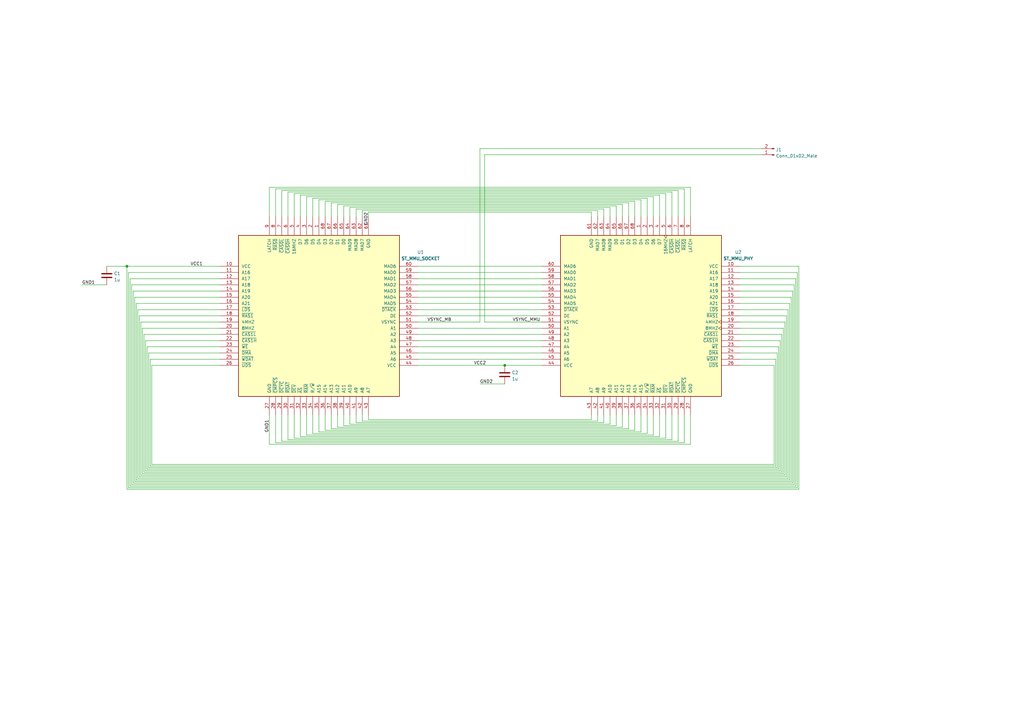
<source format=kicad_sch>
(kicad_sch (version 20211123) (generator eeschema)
  (paper "A3")
  (title_block (title "Video Rider ST") (date "2025-01-29") (rev "1") (company "D Henderson") (comment 1 "Copyright 2025") (comment 2 "Released under the terms of the GPLv2"))
  (lib_symbols
    (symbol "Connector:Conn_01x02_Male" (pin_names (offset 1.016) hide)
      (property "Reference" "J" (at 0 2.54 0))
      (property "Value" "Conn_01x02_Male" (at 0 -5.08 0))
      (symbol "Conn_01x02_Male_1_1"
        (polyline (pts (xy 1.27 -2.54) (xy 0.8636 -2.54)) (stroke (width 0.1524)))
        (polyline (pts (xy 1.27 0) (xy 0.8636 0)) (stroke (width 0.1524)))
        (rectangle (start 0.8636 -2.413) (end 0 -2.667) (stroke (width 0.1524)) (fill (type outline)))
        (rectangle (start 0.8636 0.127) (end 0 -0.127) (stroke (width 0.1524)) (fill (type outline)))
        (pin passive line (at 5.08 0 180) (length 3.81) (name "Pin_1") (number "1"))
        (pin passive line (at 5.08 -2.54 180) (length 3.81) (name "Pin_2") (number "2"))
      )
    )
    (symbol "Device:C" (pin_numbers hide) (pin_names (offset 0.254))
      (property "Reference" "C" (at 0.635 2.54 0))
      (property "Value" "C" (at 0.635 -2.54 0))
      (symbol "C_0_1"
        (polyline (pts (xy -2.032 -0.762) (xy 2.032 -0.762)) (stroke (width 0.508)))
        (polyline (pts (xy -2.032 0.762) (xy 2.032 0.762)) (stroke (width 0.508)))
      )
      (symbol "C_1_1"
        (pin passive line (at 0 3.81 270) (length 2.794) (name "~") (number "1"))
        (pin passive line (at 0 -3.81 90) (length 2.794) (name "~") (number "2"))
      )
    )
    (symbol "st_mmu:ST_MMU_PHY" (pin_names (offset 1.27))
      (property "Reference" "U" (at 22.86 38.1 0))
      (property "Value" "ST_MMU_PHY" (at 22.86 35.56 0))
      (symbol "ST_MMU_PHY_0_0"
        (rectangle (start -33.02 33.02) (end 33.02 -33.02) (stroke (width 0.254)) (fill (type background)))
        (pin bidirectional line (at 0 40.64 270) (length 7.62) (name "D4") (number "1"))
        (pin power_in line (at -40.64 20.32 0) (length 7.62) (name "VCC") (number "10"))
        (pin input line (at -40.64 17.78 0) (length 7.62) (name "A16") (number "11"))
        (pin input line (at -40.64 15.24 0) (length 7.62) (name "A17") (number "12"))
        (pin input line (at -40.64 12.7 0) (length 7.62) (name "A18") (number "13"))
        (pin input line (at -40.64 10.16 0) (length 7.62) (name "A19") (number "14"))
        (pin input line (at -40.64 7.62 0) (length 7.62) (name "A20") (number "15"))
        (pin input line (at -40.64 5.08 0) (length 7.62) (name "A21") (number "16"))
        (pin input line (at -40.64 2.54 0) (length 7.62) (name "~{LDS}") (number "17"))
        (pin output line (at -40.64 0 0) (length 7.62) (name "~{RAS1}") (number "18"))
        (pin output clock (at -40.64 -2.54 0) (length 7.62) (name "4MHZ") (number "19"))
        (pin bidirectional line (at -2.54 40.64 270) (length 7.62) (name "D5") (number "2"))
        (pin output clock (at -40.64 -5.08 0) (length 7.62) (name "8MHZ") (number "20"))
        (pin output line (at -40.64 -7.62 0) (length 7.62) (name "~{CAS1L}") (number "21"))
        (pin output line (at -40.64 -10.16 0) (length 7.62) (name "~{CAS1H}") (number "22"))
        (pin output line (at -40.64 -12.7 0) (length 7.62) (name "~{WE}") (number "23"))
        (pin input line (at -40.64 -15.24 0) (length 7.62) (name "~{DMA}") (number "24"))
        (pin output line (at -40.64 -17.78 0) (length 7.62) (name "~{WDAT}") (number "25"))
        (pin input line (at -40.64 -20.32 0) (length 7.62) (name "~{UDS}") (number "26"))
        (pin power_in line (at -20.32 -40.64 90) (length 7.62) (name "GND") (number "27"))
        (pin output line (at -17.78 -40.64 90) (length 7.62) (name "~{CMPCS}") (number "28"))
        (pin output line (at -15.24 -40.64 90) (length 7.62) (name "~{DCYC}") (number "29"))
        (pin bidirectional line (at -5.08 40.64 270) (length 7.62) (name "D6") (number "3"))
        (pin output line (at -12.7 -40.64 90) (length 7.62) (name "~{RDAT}") (number "30"))
        (pin input line (at -10.16 -40.64 90) (length 7.62) (name "~{DEV}") (number "31"))
        (pin input line (at -7.62 -40.64 90) (length 7.62) (name "~{AS}") (number "32"))
        (pin input line (at -5.08 -40.64 90) (length 7.62) (name "~{RAM}") (number "33"))
        (pin input line (at -2.54 -40.64 90) (length 7.62) (name "R/~{W}") (number "34"))
        (pin input line (at 0 -40.64 90) (length 7.62) (name "A15") (number "35"))
        (pin input line (at 2.54 -40.64 90) (length 7.62) (name "A14") (number "36"))
        (pin input line (at 5.08 -40.64 90) (length 7.62) (name "A13") (number "37"))
        (pin input line (at 7.62 -40.64 90) (length 7.62) (name "A12") (number "38"))
        (pin input line (at 10.16 -40.64 90) (length 7.62) (name "A11") (number "39"))
        (pin bidirectional line (at -7.62 40.64 270) (length 7.62) (name "D7") (number "4"))
        (pin input line (at 12.7 -40.64 90) (length 7.62) (name "A10") (number "40"))
        (pin input line (at 15.24 -40.64 90) (length 7.62) (name "A9") (number "41"))
        (pin input line (at 17.78 -40.64 90) (length 7.62) (name "A8") (number "42"))
        (pin input line (at 20.32 -40.64 90) (length 7.62) (name "A7") (number "43"))
        (pin power_in line (at 40.64 -20.32 180) (length 7.62) (name "VCC") (number "44"))
        (pin input line (at 40.64 -17.78 180) (length 7.62) (name "A6") (number "45"))
        (pin input line (at 40.64 -15.24 180) (length 7.62) (name "A5") (number "46"))
        (pin input line (at 40.64 -12.7 180) (length 7.62) (name "A4") (number "47"))
        (pin input line (at 40.64 -10.16 180) (length 7.62) (name "A3") (number "48"))
        (pin input line (at 40.64 -7.62 180) (length 7.62) (name "A2") (number "49"))
        (pin input clock (at -10.16 40.64 270) (length 7.62) (name "16MHZ") (number "5"))
        (pin input line (at 40.64 -5.08 180) (length 7.62) (name "A1") (number "50"))
        (pin input line (at 40.64 -2.54 180) (length 7.62) (name "VSYNC") (number "51"))
        (pin input line (at 40.64 0 180) (length 7.62) (name "DE") (number "52"))
        (pin output line (at 40.64 2.54 180) (length 7.62) (name "~{DTACK}") (number "53"))
        (pin output line (at 40.64 5.08 180) (length 7.62) (name "MAD5") (number "54"))
        (pin output line (at 40.64 7.62 180) (length 7.62) (name "MAD4") (number "55"))
        (pin output line (at 40.64 10.16 180) (length 7.62) (name "MAD3") (number "56"))
        (pin output line (at 40.64 12.7 180) (length 7.62) (name "MAD2") (number "57"))
        (pin output line (at 40.64 15.24 180) (length 7.62) (name "MAD1") (number "58"))
        (pin output line (at 40.64 17.78 180) (length 7.62) (name "MAD0") (number "59"))
        (pin output line (at -12.7 40.64 270) (length 7.62) (name "~{CAS0H}") (number "6"))
        (pin output line (at 40.64 20.32 180) (length 7.62) (name "MAD6") (number "60"))
        (pin power_in line (at 20.32 40.64 270) (length 7.62) (name "GND") (number "61"))
        (pin output line (at 17.78 40.64 270) (length 7.62) (name "MAD7") (number "62"))
        (pin output line (at 15.24 40.64 270) (length 7.62) (name "MAD8") (number "63"))
        (pin output line (at 12.7 40.64 270) (length 7.62) (name "MAD9") (number "64"))
        (pin bidirectional line (at 10.16 40.64 270) (length 7.62) (name "D0") (number "65"))
        (pin bidirectional line (at 7.62 40.64 270) (length 7.62) (name "D1") (number "66"))
        (pin bidirectional line (at 5.08 40.64 270) (length 7.62) (name "D2") (number "67"))
        (pin bidirectional line (at 2.54 40.64 270) (length 7.62) (name "D3") (number "68"))
        (pin output line (at -15.24 40.64 270) (length 7.62) (name "~{CAS0L}") (number "7"))
        (pin output line (at -17.78 40.64 270) (length 7.62) (name "~{RAS0}") (number "8"))
        (pin output line (at -20.32 40.64 270) (length 7.62) (name "LATCH") (number "9"))
      )
    )
    (symbol "st_mmu:ST_MMU_SOCKET" (pin_names (offset 1.27))
      (property "Reference" "U" (at 22.86 38.1 0))
      (property "Value" "ST_MMU_SOCKET" (at 22.86 35.56 0))
      (symbol "ST_MMU_SOCKET_0_0"
        (rectangle (start -33.02 33.02) (end 33.02 -33.02) (stroke (width 0.254)) (fill (type background)))
        (pin passive line (at 0 40.64 270) (length 7.62) (name "D4") (number "1"))
        (pin passive line (at -40.64 20.32 0) (length 7.62) (name "VCC") (number "10"))
        (pin passive line (at -40.64 17.78 0) (length 7.62) (name "A16") (number "11"))
        (pin passive line (at -40.64 15.24 0) (length 7.62) (name "A17") (number "12"))
        (pin passive line (at -40.64 12.7 0) (length 7.62) (name "A18") (number "13"))
        (pin passive line (at -40.64 10.16 0) (length 7.62) (name "A19") (number "14"))
        (pin passive line (at -40.64 7.62 0) (length 7.62) (name "A20") (number "15"))
        (pin passive line (at -40.64 5.08 0) (length 7.62) (name "A21") (number "16"))
        (pin passive line (at -40.64 2.54 0) (length 7.62) (name "~{LDS}") (number "17"))
        (pin passive line (at -40.64 0 0) (length 7.62) (name "~{RAS1}") (number "18"))
        (pin passive line (at -40.64 -2.54 0) (length 7.62) (name "4MHZ") (number "19"))
        (pin passive line (at -2.54 40.64 270) (length 7.62) (name "D5") (number "2"))
        (pin passive line (at -40.64 -5.08 0) (length 7.62) (name "8MHZ") (number "20"))
        (pin passive line (at -40.64 -7.62 0) (length 7.62) (name "~{CAS1L}") (number "21"))
        (pin passive line (at -40.64 -10.16 0) (length 7.62) (name "~{CAS1H}") (number "22"))
        (pin passive line (at -40.64 -12.7 0) (length 7.62) (name "~{WE}") (number "23"))
        (pin passive line (at -40.64 -15.24 0) (length 7.62) (name "~{DMA}") (number "24"))
        (pin passive line (at -40.64 -17.78 0) (length 7.62) (name "~{WDAT}") (number "25"))
        (pin passive line (at -40.64 -20.32 0) (length 7.62) (name "~{UDS}") (number "26"))
        (pin passive line (at -20.32 -40.64 90) (length 7.62) (name "GND") (number "27"))
        (pin passive line (at -17.78 -40.64 90) (length 7.62) (name "~{CMPCS}") (number "28"))
        (pin passive line (at -15.24 -40.64 90) (length 7.62) (name "~{DCYC}") (number "29"))
        (pin passive line (at -5.08 40.64 270) (length 7.62) (name "D6") (number "3"))
        (pin passive line (at -12.7 -40.64 90) (length 7.62) (name "~{RDAT}") (number "30"))
        (pin passive line (at -10.16 -40.64 90) (length 7.62) (name "~{DEV}") (number "31"))
        (pin passive line (at -7.62 -40.64 90) (length 7.62) (name "~{AS}") (number "32"))
        (pin passive line (at -5.08 -40.64 90) (length 7.62) (name "~{RAM}") (number "33"))
        (pin passive line (at -2.54 -40.64 90) (length 7.62) (name "R/~{W}") (number "34"))
        (pin passive line (at 0 -40.64 90) (length 7.62) (name "A15") (number "35"))
        (pin passive line (at 2.54 -40.64 90) (length 7.62) (name "A14") (number "36"))
        (pin passive line (at 5.08 -40.64 90) (length 7.62) (name "A13") (number "37"))
        (pin passive line (at 7.62 -40.64 90) (length 7.62) (name "A12") (number "38"))
        (pin passive line (at 10.16 -40.64 90) (length 7.62) (name "A11") (number "39"))
        (pin passive line (at -7.62 40.64 270) (length 7.62) (name "D7") (number "4"))
        (pin passive line (at 12.7 -40.64 90) (length 7.62) (name "A10") (number "40"))
        (pin passive line (at 15.24 -40.64 90) (length 7.62) (name "A9") (number "41"))
        (pin passive line (at 17.78 -40.64 90) (length 7.62) (name "A8") (number "42"))
        (pin passive line (at 20.32 -40.64 90) (length 7.62) (name "A7") (number "43"))
        (pin passive line (at 40.64 -20.32 180) (length 7.62) (name "VCC") (number "44"))
        (pin passive line (at 40.64 -17.78 180) (length 7.62) (name "A6") (number "45"))
        (pin passive line (at 40.64 -15.24 180) (length 7.62) (name "A5") (number "46"))
        (pin passive line (at 40.64 -12.7 180) (length 7.62) (name "A4") (number "47"))
        (pin passive line (at 40.64 -10.16 180) (length 7.62) (name "A3") (number "48"))
        (pin passive line (at 40.64 -7.62 180) (length 7.62) (name "A2") (number "49"))
        (pin passive line (at -10.16 40.64 270) (length 7.62) (name "16MHZ") (number "5"))
        (pin passive line (at 40.64 -5.08 180) (length 7.62) (name "A1") (number "50"))
        (pin passive line (at 40.64 -2.54 180) (length 7.62) (name "VSYNC") (number "51"))
        (pin passive line (at 40.64 0 180) (length 7.62) (name "DE") (number "52"))
        (pin passive line (at 40.64 2.54 180) (length 7.62) (name "~{DTACK}") (number "53"))
        (pin passive line (at 40.64 5.08 180) (length 7.62) (name "MAD5") (number "54"))
        (pin passive line (at 40.64 7.62 180) (length 7.62) (name "MAD4") (number "55"))
        (pin passive line (at 40.64 10.16 180) (length 7.62) (name "MAD3") (number "56"))
        (pin passive line (at 40.64 12.7 180) (length 7.62) (name "MAD2") (number "57"))
        (pin passive line (at 40.64 15.24 180) (length 7.62) (name "MAD1") (number "58"))
        (pin passive line (at 40.64 17.78 180) (length 7.62) (name "MAD0") (number "59"))
        (pin passive line (at -12.7 40.64 270) (length 7.62) (name "~{CAS0H}") (number "6"))
        (pin passive line (at 40.64 20.32 180) (length 7.62) (name "MAD6") (number "60"))
        (pin passive line (at 20.32 40.64 270) (length 7.62) (name "GND") (number "61"))
        (pin passive line (at 17.78 40.64 270) (length 7.62) (name "MAD7") (number "62"))
        (pin passive line (at 15.24 40.64 270) (length 7.62) (name "MAD8") (number "63"))
        (pin passive line (at 12.7 40.64 270) (length 7.62) (name "MAD9") (number "64"))
        (pin passive line (at 10.16 40.64 270) (length 7.62) (name "D0") (number "65"))
        (pin passive line (at 7.62 40.64 270) (length 7.62) (name "D1") (number "66"))
        (pin passive line (at 5.08 40.64 270) (length 7.62) (name "D2") (number "67"))
        (pin passive line (at 2.54 40.64 270) (length 7.62) (name "D3") (number "68"))
        (pin passive line (at -15.24 40.64 270) (length 7.62) (name "~{CAS0L}") (number "7"))
        (pin passive line (at -17.78 40.64 270) (length 7.62) (name "~{RAS0}") (number "8"))
        (pin passive line (at -20.32 40.64 270) (length 7.62) (name "LATCH") (number "9"))
      )
    )
  )
  (junction (at 52.07 109.22))
  (junction (at 207.01 149.86))
  (wire (pts (xy 323.85 196.85) (xy 323.85 124.46)))
  (wire (pts (xy 270.51 179.07) (xy 270.51 170.18)))
  (wire (pts (xy 196.85 60.96) (xy 196.85 132.08)))
  (wire (pts (xy 222.25 134.62) (xy 171.45 134.62)))
  (wire (pts (xy 222.25 147.32) (xy 171.45 147.32)))
  (wire (pts (xy 52.07 200.66) (xy 52.07 109.22)))
  (wire (pts (xy 125.73 88.9) (xy 125.73 80.645)))
  (wire (pts (xy 133.35 82.55) (xy 260.35 82.55)))
  (wire (pts (xy 247.65 88.9) (xy 247.65 85.725)))
  (wire (pts (xy 319.405 192.405) (xy 319.405 142.24)))
  (wire (pts (xy 133.35 176.53) (xy 133.35 170.18)))
  (wire (pts (xy 62.23 149.86) (xy 90.17 149.86)))
  (wire (pts (xy 222.25 109.22) (xy 171.45 109.22)))
  (wire (pts (xy 52.705 200.025) (xy 327.025 200.025)))
  (wire (pts (xy 252.73 84.455) (xy 252.73 88.9)))
  (wire (pts (xy 120.65 179.705) (xy 120.65 170.18)))
  (wire (pts (xy 198.755 63.5) (xy 198.755 132.08)))
  (wire (pts (xy 270.51 88.9) (xy 270.51 80.01)))
  (wire (pts (xy 222.25 127) (xy 171.45 127)))
  (wire (pts (xy 222.25 129.54) (xy 171.45 129.54)))
  (wire (pts (xy 280.67 88.9) (xy 280.67 77.47)))
  (wire (pts (xy 303.53 121.92) (xy 324.485 121.92)))
  (wire (pts (xy 303.53 111.76) (xy 327.025 111.76)))
  (wire (pts (xy 57.785 132.08) (xy 90.17 132.08)))
  (wire (pts (xy 54.61 198.12) (xy 325.12 198.12)))
  (wire (pts (xy 60.96 191.77) (xy 60.96 144.78)))
  (wire (pts (xy 58.42 134.62) (xy 90.17 134.62)))
  (wire (pts (xy 247.65 173.355) (xy 247.65 170.18)))
  (wire (pts (xy 260.35 170.18) (xy 260.35 176.53)))
  (wire (pts (xy 146.05 173.355) (xy 247.65 173.355)))
  (wire (pts (xy 317.5 190.5) (xy 317.5 149.86)))
  (wire (pts (xy 53.975 116.84) (xy 90.17 116.84)))
  (wire (pts (xy 303.53 129.54) (xy 322.58 129.54)))
  (wire (pts (xy 222.25 149.86) (xy 207.01 149.86)))
  (wire (pts (xy 252.73 170.18) (xy 252.73 174.625)))
  (wire (pts (xy 138.43 88.9) (xy 138.43 83.82)))
  (wire (pts (xy 275.59 78.74) (xy 118.11 78.74)))
  (wire (pts (xy 260.35 176.53) (xy 133.35 176.53)))
  (wire (pts (xy 123.19 80.01) (xy 123.19 88.9)))
  (wire (pts (xy 283.21 76.835) (xy 283.21 88.9)))
  (wire (pts (xy 43.815 116.84) (xy 33.655 116.84)))
  (wire (pts (xy 128.27 81.28) (xy 265.43 81.28)))
  (wire (pts (xy 265.43 177.8) (xy 128.27 177.8)))
  (wire (pts (xy 118.11 88.9) (xy 118.11 78.74)))
  (wire (pts (xy 303.53 142.24) (xy 319.405 142.24)))
  (wire (pts (xy 303.53 124.46) (xy 323.85 124.46)))
  (wire (pts (xy 278.13 180.975) (xy 115.57 180.975)))
  (wire (pts (xy 57.785 194.945) (xy 321.945 194.945)))
  (wire (pts (xy 55.88 124.46) (xy 90.17 124.46)))
  (wire (pts (xy 130.81 170.18) (xy 130.81 177.165)))
  (wire (pts (xy 60.96 144.78) (xy 90.17 144.78)))
  (wire (pts (xy 146.05 170.18) (xy 146.05 173.355)))
  (wire (pts (xy 151.13 172.085) (xy 242.57 172.085)))
  (wire (pts (xy 247.65 85.725) (xy 146.05 85.725)))
  (wire (pts (xy 257.81 175.895) (xy 257.81 170.18)))
  (wire (pts (xy 140.97 174.625) (xy 140.97 170.18)))
  (wire (pts (xy 53.975 198.755) (xy 53.975 116.84)))
  (wire (pts (xy 57.15 129.54) (xy 90.17 129.54)))
  (wire (pts (xy 55.245 197.485) (xy 55.245 121.92)))
  (wire (pts (xy 265.43 81.28) (xy 265.43 88.9)))
  (wire (pts (xy 135.89 83.185) (xy 135.89 88.9)))
  (wire (pts (xy 242.57 86.995) (xy 151.13 86.995)))
  (wire (pts (xy 326.39 199.39) (xy 326.39 114.3)))
  (wire (pts (xy 245.11 172.72) (xy 245.11 170.18)))
  (wire (pts (xy 110.49 88.9) (xy 110.49 76.835)))
  (wire (pts (xy 57.785 194.945) (xy 57.785 132.08)))
  (wire (pts (xy 140.97 84.455) (xy 252.73 84.455)))
  (wire (pts (xy 55.245 197.485) (xy 324.485 197.485)))
  (wire (pts (xy 146.05 85.725) (xy 146.05 88.9)))
  (wire (pts (xy 61.595 191.135) (xy 318.135 191.135)))
  (wire (pts (xy 53.975 198.755) (xy 325.755 198.755)))
  (wire (pts (xy 325.12 198.12) (xy 325.12 119.38)))
  (wire (pts (xy 267.97 170.18) (xy 267.97 178.435)))
  (wire (pts (xy 118.11 180.34) (xy 275.59 180.34)))
  (wire (pts (xy 118.11 170.18) (xy 118.11 180.34)))
  (wire (pts (xy 60.325 192.405) (xy 319.405 192.405)))
  (wire (pts (xy 59.055 137.16) (xy 90.17 137.16)))
  (wire (pts (xy 262.89 81.915) (xy 130.81 81.915)))
  (wire (pts (xy 222.25 114.3) (xy 171.45 114.3)))
  (wire (pts (xy 273.05 79.375) (xy 273.05 88.9)))
  (wire (pts (xy 303.53 134.62) (xy 321.31 134.62)))
  (wire (pts (xy 58.42 194.31) (xy 321.31 194.31)))
  (wire (pts (xy 198.755 132.08) (xy 222.25 132.08)))
  (wire (pts (xy 303.53 127) (xy 323.215 127)))
  (wire (pts (xy 275.59 170.18) (xy 275.59 180.34)))
  (wire (pts (xy 323.215 196.215) (xy 323.215 127)))
  (wire (pts (xy 252.73 174.625) (xy 140.97 174.625)))
  (wire (pts (xy 312.42 63.5) (xy 198.755 63.5)))
  (wire (pts (xy 52.705 200.025) (xy 52.705 111.76)))
  (wire (pts (xy 278.13 170.18) (xy 278.13 180.975)))
  (wire (pts (xy 56.515 196.215) (xy 56.515 127)))
  (wire (pts (xy 128.27 88.9) (xy 128.27 81.28)))
  (wire (pts (xy 55.88 196.85) (xy 323.85 196.85)))
  (wire (pts (xy 222.25 137.16) (xy 171.45 137.16)))
  (wire (pts (xy 59.055 193.675) (xy 59.055 137.16)))
  (wire (pts (xy 148.59 170.18) (xy 148.59 172.72)))
  (wire (pts (xy 321.945 194.945) (xy 321.945 132.08)))
  (wire (pts (xy 245.11 88.9) (xy 245.11 86.36)))
  (wire (pts (xy 125.73 178.435) (xy 125.73 170.18)))
  (wire (pts (xy 58.42 194.31) (xy 58.42 134.62)))
  (wire (pts (xy 280.67 77.47) (xy 113.03 77.47)))
  (wire (pts (xy 318.77 191.77) (xy 318.77 144.78)))
  (wire (pts (xy 222.25 144.78) (xy 171.45 144.78)))
  (wire (pts (xy 110.49 76.835) (xy 283.21 76.835)))
  (wire (pts (xy 60.325 192.405) (xy 60.325 142.24)))
  (wire (pts (xy 318.135 147.32) (xy 318.135 191.135)))
  (wire (pts (xy 303.53 119.38) (xy 325.12 119.38)))
  (wire (pts (xy 303.53 137.16) (xy 320.675 137.16)))
  (wire (pts (xy 113.03 170.18) (xy 113.03 181.61)))
  (wire (pts (xy 57.15 195.58) (xy 322.58 195.58)))
  (wire (pts (xy 324.485 197.485) (xy 324.485 121.92)))
  (wire (pts (xy 278.13 78.105) (xy 278.13 88.9)))
  (wire (pts (xy 196.85 60.96) (xy 312.42 60.96)))
  (wire (pts (xy 255.27 170.18) (xy 255.27 175.26)))
  (wire (pts (xy 303.53 132.08) (xy 321.945 132.08)))
  (wire (pts (xy 273.05 170.18) (xy 273.05 179.705)))
  (wire (pts (xy 43.815 109.22) (xy 52.07 109.22)))
  (wire (pts (xy 143.51 170.18) (xy 143.51 173.99)))
  (wire (pts (xy 151.13 86.995) (xy 151.13 88.9)))
  (wire (pts (xy 222.25 111.76) (xy 171.45 111.76)))
  (wire (pts (xy 222.25 119.38) (xy 171.45 119.38)))
  (wire (pts (xy 327.025 200.025) (xy 327.025 111.76)))
  (wire (pts (xy 56.515 127) (xy 90.17 127)))
  (wire (pts (xy 222.25 116.84) (xy 171.45 116.84)))
  (wire (pts (xy 303.53 116.84) (xy 325.755 116.84)))
  (wire (pts (xy 130.81 177.165) (xy 262.89 177.165)))
  (wire (pts (xy 62.23 149.86) (xy 62.23 190.5)))
  (wire (pts (xy 55.245 121.92) (xy 90.17 121.92)))
  (wire (pts (xy 303.53 147.32) (xy 318.135 147.32)))
  (wire (pts (xy 59.69 139.7) (xy 90.17 139.7)))
  (wire (pts (xy 250.19 85.09) (xy 143.51 85.09)))
  (wire (pts (xy 303.53 144.78) (xy 318.77 144.78)))
  (wire (pts (xy 283.21 182.245) (xy 110.49 182.245)))
  (wire (pts (xy 123.19 179.07) (xy 270.51 179.07)))
  (wire (pts (xy 275.59 88.9) (xy 275.59 78.74)))
  (wire (pts (xy 267.97 178.435) (xy 125.73 178.435)))
  (wire (pts (xy 148.59 86.36) (xy 148.59 88.9)))
  (wire (pts (xy 280.67 181.61) (xy 280.67 170.18)))
  (wire (pts (xy 135.89 170.18) (xy 135.89 175.895)))
  (wire (pts (xy 113.03 77.47) (xy 113.03 88.9)))
  (wire (pts (xy 115.57 180.975) (xy 115.57 170.18)))
  (wire (pts (xy 325.755 198.755) (xy 325.755 116.84)))
  (wire (pts (xy 143.51 85.09) (xy 143.51 88.9)))
  (wire (pts (xy 222.25 124.46) (xy 171.45 124.46)))
  (wire (pts (xy 62.23 190.5) (xy 317.5 190.5)))
  (wire (pts (xy 138.43 175.26) (xy 138.43 170.18)))
  (wire (pts (xy 120.65 179.705) (xy 273.05 179.705)))
  (wire (pts (xy 270.51 80.01) (xy 123.19 80.01)))
  (wire (pts (xy 59.055 193.675) (xy 320.675 193.675)))
  (wire (pts (xy 128.27 177.8) (xy 128.27 170.18)))
  (wire (pts (xy 273.05 79.375) (xy 120.65 79.375)))
  (wire (pts (xy 320.675 193.675) (xy 320.675 137.16)))
  (wire (pts (xy 53.34 199.39) (xy 53.34 114.3)))
  (wire (pts (xy 267.97 80.645) (xy 267.97 88.9)))
  (wire (pts (xy 60.325 142.24) (xy 90.17 142.24)))
  (wire (pts (xy 255.27 175.26) (xy 138.43 175.26)))
  (wire (pts (xy 59.69 193.04) (xy 320.04 193.04)))
  (wire (pts (xy 110.49 182.245) (xy 110.49 170.18)))
  (wire (pts (xy 255.27 83.82) (xy 255.27 88.9)))
  (wire (pts (xy 320.04 193.04) (xy 320.04 139.7)))
  (wire (pts (xy 52.07 109.22) (xy 90.17 109.22)))
  (wire (pts (xy 265.43 170.18) (xy 265.43 177.8)))
  (wire (pts (xy 53.34 114.3) (xy 90.17 114.3)))
  (wire (pts (xy 138.43 83.82) (xy 255.27 83.82)))
  (wire (pts (xy 57.15 195.58) (xy 57.15 129.54)))
  (wire (pts (xy 135.89 175.895) (xy 257.81 175.895)))
  (wire (pts (xy 54.61 119.38) (xy 90.17 119.38)))
  (wire (pts (xy 242.57 172.085) (xy 242.57 170.18)))
  (wire (pts (xy 113.03 181.61) (xy 280.67 181.61)))
  (wire (pts (xy 321.31 194.31) (xy 321.31 134.62)))
  (wire (pts (xy 53.34 199.39) (xy 326.39 199.39)))
  (wire (pts (xy 262.89 177.165) (xy 262.89 170.18)))
  (wire (pts (xy 143.51 173.99) (xy 250.19 173.99)))
  (wire (pts (xy 115.57 88.9) (xy 115.57 78.105)))
  (wire (pts (xy 61.595 147.32) (xy 61.595 191.135)))
  (wire (pts (xy 242.57 88.9) (xy 242.57 86.995)))
  (wire (pts (xy 303.53 149.86) (xy 317.5 149.86)))
  (wire (pts (xy 61.595 147.32) (xy 90.17 147.32)))
  (wire (pts (xy 151.13 170.18) (xy 151.13 172.085)))
  (wire (pts (xy 303.53 109.22) (xy 327.66 109.22)))
  (wire (pts (xy 148.59 172.72) (xy 245.11 172.72)))
  (wire (pts (xy 262.89 88.9) (xy 262.89 81.915)))
  (wire (pts (xy 250.19 173.99) (xy 250.19 170.18)))
  (wire (pts (xy 322.58 195.58) (xy 322.58 129.54)))
  (wire (pts (xy 60.96 191.77) (xy 318.77 191.77)))
  (wire (pts (xy 133.35 88.9) (xy 133.35 82.55)))
  (wire (pts (xy 303.53 114.3) (xy 326.39 114.3)))
  (wire (pts (xy 123.19 170.18) (xy 123.19 179.07)))
  (wire (pts (xy 52.07 200.66) (xy 327.66 200.66)))
  (wire (pts (xy 283.21 170.18) (xy 283.21 182.245)))
  (wire (pts (xy 171.45 142.24) (xy 222.25 142.24)))
  (wire (pts (xy 257.81 88.9) (xy 257.81 83.185)))
  (wire (pts (xy 171.45 132.08) (xy 196.85 132.08)))
  (wire (pts (xy 207.01 149.86) (xy 171.45 149.86)))
  (wire (pts (xy 222.25 121.92) (xy 171.45 121.92)))
  (wire (pts (xy 52.705 111.76) (xy 90.17 111.76)))
  (wire (pts (xy 303.53 139.7) (xy 320.04 139.7)))
  (wire (pts (xy 207.01 157.48) (xy 196.85 157.48)))
  (wire (pts (xy 59.69 193.04) (xy 59.69 139.7)))
  (wire (pts (xy 245.11 86.36) (xy 148.59 86.36)))
  (wire (pts (xy 260.35 82.55) (xy 260.35 88.9)))
  (wire (pts (xy 54.61 198.12) (xy 54.61 119.38)))
  (wire (pts (xy 115.57 78.105) (xy 278.13 78.105)))
  (wire (pts (xy 250.19 88.9) (xy 250.19 85.09)))
  (wire (pts (xy 130.81 81.915) (xy 130.81 88.9)))
  (wire (pts (xy 55.88 196.85) (xy 55.88 124.46)))
  (wire (pts (xy 120.65 88.9) (xy 120.65 79.375)))
  (wire (pts (xy 140.97 88.9) (xy 140.97 84.455)))
  (wire (pts (xy 171.45 139.7) (xy 222.25 139.7)))
  (wire (pts (xy 56.515 196.215) (xy 323.215 196.215)))
  (wire (pts (xy 327.66 200.66) (xy 327.66 109.22)))
  (wire (pts (xy 125.73 80.645) (xy 267.97 80.645)))
  (wire (pts (xy 257.81 83.185) (xy 135.89 83.185)))
  (label "GND1" (at 33.655 116.84 0))
  (label "VSYNC_MB" (at 175.26 132.08 0))
  (label "VCC1" (at 78.105 109.22 0))
  (label "GND2" (at 151.13 86.995 270))
  (label "VCC2" (at 194.31 149.86 0))
  (label "VSYNC_MMU" (at 221.615 132.08 180))
  (label "GND1" (at 110.49 172.085 270))
  (label "GND2" (at 196.85 157.48 0))
  (symbol (lib_id "st_mmu:ST_MMU_SOCKET") (at 130.81 129.54 0) (unit 1)
    (property "Reference" "U1" (at 172.4902 103.4249 0))
    (property "Value" "ST_MMU_SOCKET" (at 172.4902 106.0332 0) (effects (font bold)))
    (property "Footprint" "PLCC_plugs:PLCC68_male_pins" (effects hide))
    (property "Datasheet" "https://raw.githubusercontent.com/sporniket/kicad-symbols-generated/main/reference-materials/atari-16-32/st-glue-mmu-dma-shifter--Atari-ST-Internals.pdf" (effects hide))
  )
  (symbol (lib_id "Connector:Conn_01x02_Male") (at 317.5 63.5 180) (unit 1)
    (property "Reference" "J1" (at 318.2112 61.3953 0) (effects (justify right)))
    (property "Value" "Conn_01x02_Male" (at 318.2112 63.9322 0) (effects (justify right)))
    (property "Footprint" "Connector_PinHeader_2.54mm:PinHeader_1x02_P2.54mm_Horizontal" (effects hide))
  )
  (symbol (lib_id "Device:C") (at 43.815 113.03 0) (unit 1)
    (property "Reference" "C1" (at 46.736 112.1953 0) (effects (justify left)))
    (property "Value" "1u" (at 46.736 114.7322 0) (effects (justify left)))
    (property "Footprint" "Capacitor_SMD:C_0805_2012Metric_Pad1.18x1.45mm_HandSolder" (effects hide))
  )
  (symbol (lib_id "Device:C") (at 207.01 153.67 0) (unit 1)
    (property "Reference" "C2" (at 209.931 152.8353 0) (effects (justify left)))
    (property "Value" "1u" (at 209.931 155.3722 0) (effects (justify left)))
    (property "Footprint" "Capacitor_SMD:C_0805_2012Metric_Pad1.18x1.45mm_HandSolder" (effects hide))
  )
  (symbol (lib_id "st_mmu:ST_MMU_PHY") (at 262.89 129.54 0) (mirror y) (unit 1)
    (property "Reference" "U2" (at 302.8164 103.4249 0))
    (property "Value" "ST_MMU_PHY" (at 302.8164 106.0332 0) (effects (font bold)))
    (property "Footprint" "Package_LCC:PLCC-68_THT-Socket" (effects hide))
    (property "Datasheet" "https://raw.githubusercontent.com/sporniket/kicad-symbols-generated/main/reference-materials/atari-16-32/st-glue-mmu-dma-shifter--Atari-ST-Internals.pdf" (effects hide))
  )
)
</source>
